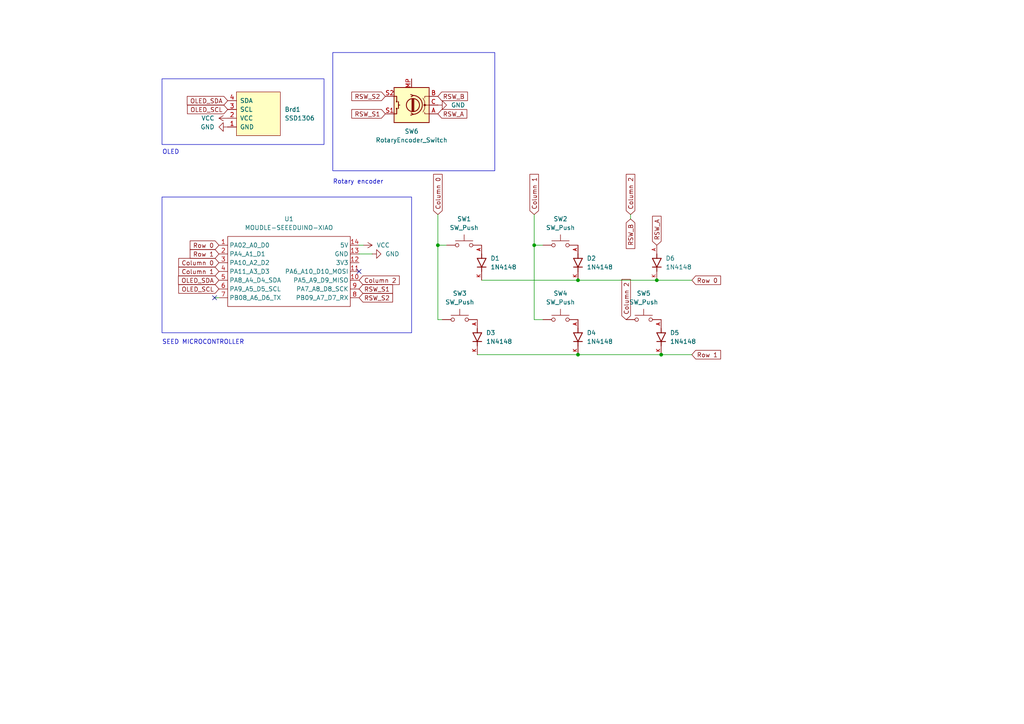
<source format=kicad_sch>
(kicad_sch (version 20231120) (generator "eeschema") (generator_version "8.0")
  (paper "A4")
  (lib_symbols
    (symbol "1N4148 Diode:1N4148" (pin_names (offset 1.016))
      (property "Reference" "D" (at -5.08 2.54 0))
      (property "Value" "1N4148" (at -5.08 -3.81 0))
      (symbol "1N4148_0_0"
        (polyline (pts (xy -2.54 0) (xy -1.27 0)) (stroke (width 0.254)))
        (polyline (pts (xy -1.27 -1.27) (xy 1.27 0)) (stroke (width 0.254)))
        (polyline (pts (xy -1.27 0) (xy -1.27 -1.27)) (stroke (width 0.254)))
        (polyline (pts (xy -1.27 1.27) (xy -1.27 0)) (stroke (width 0.254)))
        (polyline (pts (xy 1.27 0) (xy -1.27 1.27)) (stroke (width 0.254)))
        (polyline (pts (xy 1.27 0) (xy 1.27 -1.27)) (stroke (width 0.254)))
        (polyline (pts (xy 1.27 0) (xy 2.54 0)) (stroke (width 0.254)))
        (polyline (pts (xy 1.27 1.27) (xy 1.27 0)) (stroke (width 0.254)))
        (pin passive line (at -5.08 0 0) (length 2.54) (name "~") (number "A"))
        (pin passive line (at 5.08 0 180) (length 2.54) (name "~") (number "K"))
      )
    )
    (symbol "Device:RotaryEncoder_Switch_MP" (pin_names (offset 0.254) hide)
      (property "Reference" "SW" (at 0 8.89 0))
      (property "Value" "RotaryEncoder_Switch_MP" (at 0 6.35 0))
      (symbol "RotaryEncoder_Switch_MP_0_1"
        (rectangle (start -5.08 5.08) (end 5.08 -5.08) (stroke (width 0.254)) (fill (type background)))
        (circle (center -3.81 0) (radius 0.254) (fill (type outline)))
        (circle (center -0.381 0) (radius 1.905) (stroke (width 0.254)))
        (arc (start -0.381 2.667) (mid -3.0988 -0.0635) (end -0.381 -2.794) (stroke (width 0.254)))
        (polyline (pts (xy -0.635 -1.778) (xy -0.635 1.778)) (stroke (width 0.254)))
        (polyline (pts (xy -0.381 -1.778) (xy -0.381 1.778)) (stroke (width 0.254)))
        (polyline (pts (xy -0.127 1.778) (xy -0.127 -1.778)) (stroke (width 0.254)))
        (polyline (pts (xy 3.81 0) (xy 3.429 0)) (stroke (width 0.254)))
        (polyline (pts (xy 3.81 1.016) (xy 3.81 -1.016)) (stroke (width 0.254)))
        (polyline (pts (xy -5.08 -2.54) (xy -3.81 -2.54) (xy -3.81 -2.032)))
        (polyline (pts (xy -5.08 2.54) (xy -3.81 2.54) (xy -3.81 2.032)))
        (polyline (pts (xy 0.254 -3.048) (xy -0.508 -2.794) (xy 0.127 -2.413)) (stroke (width 0.254)))
        (polyline (pts (xy 0.254 2.921) (xy -0.508 2.667) (xy 0.127 2.286)) (stroke (width 0.254)))
        (polyline (pts (xy 5.08 -2.54) (xy 4.318 -2.54) (xy 4.318 -1.016)) (stroke (width 0.254)))
        (polyline (pts (xy 5.08 2.54) (xy 4.318 2.54) (xy 4.318 1.016)) (stroke (width 0.254)))
        (polyline (pts (xy -5.08 0) (xy -3.81 0) (xy -3.81 -1.016) (xy -3.302 -2.032)))
        (polyline (pts (xy -4.318 0) (xy -3.81 0) (xy -3.81 1.016) (xy -3.302 2.032)))
        (circle (center 4.318 -1.016) (radius 0.127) (stroke (width 0.254)))
        (circle (center 4.318 1.016) (radius 0.127) (stroke (width 0.254)))
      )
      (symbol "RotaryEncoder_Switch_MP_1_1"
        (pin passive line (at -7.62 2.54 0) (length 2.54) (name "A") (number "A"))
        (pin passive line (at -7.62 -2.54 0) (length 2.54) (name "B") (number "B"))
        (pin passive line (at -7.62 0 0) (length 2.54) (name "C") (number "C"))
        (pin passive line (at 0 -7.62 90) (length 2.54) (name "MP") (number "MP"))
        (pin passive line (at 7.62 2.54 180) (length 2.54) (name "S1") (number "S1"))
        (pin passive line (at 7.62 -2.54 180) (length 2.54) (name "S2") (number "S2"))
      )
    )
    (symbol "SSD1306 128x64 OLED Display:SSD1306" (pin_names (offset 1.016))
      (property "Reference" "Brd" (at 0 -3.81 0))
      (property "Value" "SSD1306" (at 0 -1.27 0))
      (symbol "SSD1306_0_1"
        (rectangle (start -6.35 6.35) (end 6.35 -6.35) (fill (type background)))
      )
      (symbol "SSD1306_1_1"
        (pin input line (at -3.81 8.89 270) (length 2.54) (name "GND") (number "1"))
        (pin input line (at -1.27 8.89 270) (length 2.54) (name "VCC") (number "2"))
        (pin input line (at 1.27 8.89 270) (length 2.54) (name "SCL") (number "3"))
        (pin input line (at 3.81 8.89 270) (length 2.54) (name "SDA") (number "4"))
      )
    )
    (symbol "Switch:SW_Push" (pin_numbers hide) (pin_names (offset 1.016) hide)
      (property "Reference" "SW" (at 1.27 2.54 0))
      (property "Value" "SW_Push" (at 0 -1.524 0))
      (symbol "SW_Push_0_1"
        (circle (center -2.032 0) (radius 0.508))
        (polyline (pts (xy 0 1.27) (xy 0 3.048)))
        (polyline (pts (xy 2.54 1.27) (xy -2.54 1.27)))
        (circle (center 2.032 0) (radius 0.508))
        (pin passive line (at -5.08 0 0) (length 2.54) (name "1") (number "1"))
        (pin passive line (at 5.08 0 180) (length 2.54) (name "2") (number "2"))
      )
    )
    (symbol "XIAO_RP2040:MOUDLE-SEEEDUINO-XIAO"
      (property "Reference" "U" (at -16.51 11.43 0))
      (property "Value" "MOUDLE-SEEEDUINO-XIAO" (at -3.81 -11.43 0))
      (symbol "MOUDLE-SEEEDUINO-XIAO_0_1"
        (rectangle (start -16.51 10.16) (end 19.05 -10.16))
      )
      (symbol "MOUDLE-SEEEDUINO-XIAO_1_1"
        (pin passive line (at -19.05 7.62 0) (length 2.54) (name "PA02_A0_D0") (number "1"))
        (pin passive line (at 21.59 -2.54 180) (length 2.54) (name "PA5_A9_D9_MISO") (number "10"))
        (pin passive line (at 21.59 0 180) (length 2.54) (name "PA6_A10_D10_MOSI") (number "11"))
        (pin passive line (at 21.59 2.54 180) (length 2.54) (name "3V3") (number "12"))
        (pin passive line (at 21.59 5.08 180) (length 2.54) (name "GND") (number "13"))
        (pin passive line (at 21.59 7.62 180) (length 2.54) (name "5V") (number "14"))
        (pin passive line (at -19.05 5.08 0) (length 2.54) (name "PA4_A1_D1") (number "2"))
        (pin passive line (at -19.05 2.54 0) (length 2.54) (name "PA10_A2_D2") (number "3"))
        (pin passive line (at -19.05 0 0) (length 2.54) (name "PA11_A3_D3") (number "4"))
        (pin passive line (at -19.05 -2.54 0) (length 2.54) (name "PA8_A4_D4_SDA") (number "5"))
        (pin passive line (at -19.05 -5.08 0) (length 2.54) (name "PA9_A5_D5_SCL") (number "6"))
        (pin passive line (at -19.05 -7.62 0) (length 2.54) (name "PB08_A6_D6_TX") (number "7"))
        (pin passive line (at 21.59 -7.62 180) (length 2.54) (name "PB09_A7_D7_RX") (number "8"))
        (pin passive line (at 21.59 -5.08 180) (length 2.54) (name "PA7_A8_D8_SCK") (number "9"))
      )
    )
    (symbol "power:GND" (power) (pin_numbers hide) (pin_names (offset 0) hide)
      (property "Value" "GND" (at 0 -3.81 0))
      (symbol "GND_0_1"
        (polyline (pts (xy 0 0) (xy 0 -1.27) (xy 1.27 -1.27) (xy 0 -2.54) (xy -1.27 -1.27) (xy 0 -1.27)))
      )
      (symbol "GND_1_1"
        (pin power_in line (at 0 0 270) (length 0) (name "~") (number "1"))
      )
    )
    (symbol "power:VCC" (power) (pin_numbers hide) (pin_names (offset 0) hide)
      (property "Value" "VCC" (at 0 3.556 0))
      (symbol "VCC_0_1"
        (polyline (pts (xy -0.762 1.27) (xy 0 2.54)))
        (polyline (pts (xy 0 0) (xy 0 2.54)))
        (polyline (pts (xy 0 2.54) (xy 0.762 1.27)))
      )
      (symbol "VCC_1_1"
        (pin power_in line (at 0 0 90) (length 0) (name "~") (number "1"))
      )
    )
  )
  (junction (at 154.94 71.12))
  (junction (at 191.77 102.87))
  (junction (at 190.5 81.28))
  (junction (at 127 71.12))
  (junction (at 167.64 81.28))
  (junction (at 167.64 102.87))
  (no_connect (at 62.23 86.36))
  (no_connect (at 104.14 78.74))
  (wire (pts (xy 139.7 81.28) (xy 167.64 81.28)))
  (wire (pts (xy 182.88 62.23) (xy 182.88 63.5)))
  (wire (pts (xy 190.5 81.28) (xy 200.66 81.28)))
  (wire (pts (xy 127 92.71) (xy 128.27 92.71)))
  (wire (pts (xy 167.64 102.87) (xy 191.77 102.87)))
  (wire (pts (xy 154.94 62.23) (xy 154.94 71.12)))
  (wire (pts (xy 127 62.23) (xy 127 71.12)))
  (wire (pts (xy 154.94 71.12) (xy 157.48 71.12)))
  (wire (pts (xy 138.43 102.87) (xy 167.64 102.87)))
  (wire (pts (xy 127 71.12) (xy 129.54 71.12)))
  (wire (pts (xy 62.23 86.36) (xy 63.5 86.36)))
  (wire (pts (xy 154.94 71.12) (xy 154.94 92.71)))
  (wire (pts (xy 127 71.12) (xy 127 92.71)))
  (wire (pts (xy 154.94 92.71) (xy 157.48 92.71)))
  (wire (pts (xy 191.77 102.87) (xy 200.66 102.87)))
  (wire (pts (xy 167.64 81.28) (xy 190.5 81.28)))
  (wire (pts (xy 105.41 71.12) (xy 104.14 71.12)))
  (wire (pts (xy 107.95 73.66) (xy 104.14 73.66)))
  (rectangle (start 96.52 15.24) (end 143.51 49.53))
  (rectangle (start 46.99 57.15) (end 119.38 96.52))
  (rectangle (start 46.99 22.86) (end 93.98 41.91))
  (text "SEED MICROCONTROLLER\n" (at 58.928 99.314 0) (effects (font (size 1.27 1.27))))
  (text "Rotary encoder\n" (at 103.886 52.832 0) (effects (font (size 1.27 1.27))))
  (text "OLED" (at 49.53 44.196 0) (effects (font (size 1.27 1.27))))
  (global_label "OLED_SDA" (shape input) (at 66.04 29.21 180) (property "Intersheetrefs" "${INTERSHEET_REFS}" (effects (hide yes))))
  (global_label "Row 0" (shape input) (at 63.5 71.12 180) (property "Intersheetrefs" "${INTERSHEET_REFS}" (effects (hide yes))))
  (global_label "Column 0" (shape input) (at 63.5 76.2 180) (property "Intersheetrefs" "${INTERSHEET_REFS}" (effects (hide yes))))
  (global_label "Column 2" (shape input) (at 181.61 92.71 90) (property "Intersheetrefs" "${INTERSHEET_REFS}" (effects (hide yes))))
  (global_label "OLED_SDA" (shape input) (at 63.5 81.28 180) (property "Intersheetrefs" "${INTERSHEET_REFS}" (effects (hide yes))))
  (global_label "Row 1" (shape input) (at 63.5 73.66 180) (property "Intersheetrefs" "${INTERSHEET_REFS}" (effects (hide yes))))
  (global_label "RSW_B" (shape input) (at 182.88 63.5 270) (property "Intersheetrefs" "${INTERSHEET_REFS}" (effects (hide yes))))
  (global_label "Column 0" (shape input) (at 127 62.23 90) (property "Intersheetrefs" "${INTERSHEET_REFS}" (effects (hide yes))))
  (global_label "RSW_B" (shape input) (at 127 27.94 0) (property "Intersheetrefs" "${INTERSHEET_REFS}" (effects (hide yes))))
  (global_label "RSW_S1" (shape input) (at 104.14 83.82 0) (property "Intersheetrefs" "${INTERSHEET_REFS}" (effects (hide yes))))
  (global_label "OLED_SCL" (shape input) (at 66.04 31.75 180) (property "Intersheetrefs" "${INTERSHEET_REFS}" (effects (hide yes))))
  (global_label "RSW_A" (shape input) (at 127 33.02 0) (property "Intersheetrefs" "${INTERSHEET_REFS}" (effects (hide yes))))
  (global_label "Column 1" (shape input) (at 154.94 62.23 90) (property "Intersheetrefs" "${INTERSHEET_REFS}" (effects (hide yes))))
  (global_label "RSW_S2" (shape input) (at 111.76 27.94 180) (property "Intersheetrefs" "${INTERSHEET_REFS}" (effects (hide yes))))
  (global_label "Column 2" (shape input) (at 104.14 81.28 0) (property "Intersheetrefs" "${INTERSHEET_REFS}" (effects (hide yes))))
  (global_label "RSW_S1" (shape input) (at 111.76 33.02 180) (property "Intersheetrefs" "${INTERSHEET_REFS}" (effects (hide yes))))
  (global_label "OLED_SCL" (shape input) (at 63.5 83.82 180) (property "Intersheetrefs" "${INTERSHEET_REFS}" (effects (hide yes))))
  (global_label "Column 2" (shape input) (at 182.88 62.23 90) (property "Intersheetrefs" "${INTERSHEET_REFS}" (effects (hide yes))))
  (global_label "RSW_A" (shape input) (at 190.5 71.12 90) (property "Intersheetrefs" "${INTERSHEET_REFS}" (effects (hide yes))))
  (global_label "Row 1" (shape input) (at 200.66 102.87 0) (property "Intersheetrefs" "${INTERSHEET_REFS}" (effects (hide yes))))
  (global_label "RSW_S2" (shape input) (at 104.14 86.36 0) (property "Intersheetrefs" "${INTERSHEET_REFS}" (effects (hide yes))))
  (global_label "Row 0" (shape input) (at 200.66 81.28 0) (property "Intersheetrefs" "${INTERSHEET_REFS}" (effects (hide yes))))
  (global_label "Column 1" (shape input) (at 63.5 78.74 180) (property "Intersheetrefs" "${INTERSHEET_REFS}" (effects (hide yes))))
  (symbol (lib_id "power:GND") (at 107.95 73.66 90) (unit 1)
    (property "Reference" "#PWR02" (effects (hide yes)))
    (property "Value" "GND" (at 111.76 73.6599 90) (effects (justify right)))
    (property "Description" "Power symbol creates a global label with name \"GND\" , ground" (effects (hide yes)))
  )
  (symbol (lib_id "1N4148 Diode:1N4148") (at 138.43 97.79 270) (unit 1)
    (property "Reference" "D3" (at 140.97 96.5199 90) (effects (justify left)))
    (property "Value" "1N4148" (at 140.97 99.0599 90) (effects (justify left)))
    (property "Footprint" "footprints:1N4148 Diode" (effects (hide yes)))
    (property "MF" "onsemi" (effects (hide yes)))
    (property "MAXIMUM_PACKAGE_HEIGHT" "1.91mm" (effects (hide yes)))
    (property "Package" "AXIAL LEAD-2 ON Semiconductor" (effects (hide yes)))
    (property "Price" "None" (effects (hide yes)))
    (property "Check_prices" "https://www.snapeda.com/parts/1N4148/Onsemi/view-part/?ref=eda" (effects (hide yes)))
    (property "STANDARD" "IPC-7351B" (effects (hide yes)))
    (property "PARTREV" "5" (effects (hide yes)))
    (property "SnapEDA_Link" "https://www.snapeda.com/parts/1N4148/Onsemi/view-part/?ref=snap" (effects (hide yes)))
    (property "MP" "1N4148" (effects (hide yes)))
    (property "Purchase-URL" "https://www.snapeda.com/api/url_track_click_mouser/?unipart_id=6591148&manufacturer=onsemi&part_name=1N4148&search_term=None" (effects (hide yes)))
    (property "Description_1" "\nDiode Standard 75V 200mA Surface Mount SOD-523F\n" (effects (hide yes)))
    (property "Availability" "In Stock" (effects (hide yes)))
    (property "MANUFACTURER" "Onsemi" (effects (hide yes)))
  )
  (symbol (lib_id "Device:RotaryEncoder_Switch_MP") (at 119.38 30.48 180) (unit 1)
    (property "Reference" "SW6" (at 119.38 38.1 0))
    (property "Value" "RotaryEncoder_Switch" (at 119.38 40.64 0))
    (property "Footprint" "Rotary_Encoder:RotaryEncoder_Alps_EC11E-Switch_Vertical_H20mm" (effects (hide yes)))
    (property "Description" "Rotary encoder, dual channel, incremental quadrate outputs, with switch and MP Pin" (effects (hide yes)))
  )
  (symbol (lib_id "1N4148 Diode:1N4148") (at 190.5 76.2 270) (unit 1)
    (property "Reference" "D6" (at 193.04 74.9299 90) (effects (justify left)))
    (property "Value" "1N4148" (at 193.04 77.4699 90) (effects (justify left)))
    (property "Footprint" "footprints:1N4148 Diode" (effects (hide yes)))
    (property "MF" "onsemi" (effects (hide yes)))
    (property "MAXIMUM_PACKAGE_HEIGHT" "1.91mm" (effects (hide yes)))
    (property "Package" "AXIAL LEAD-2 ON Semiconductor" (effects (hide yes)))
    (property "Price" "None" (effects (hide yes)))
    (property "Check_prices" "https://www.snapeda.com/parts/1N4148/Onsemi/view-part/?ref=eda" (effects (hide yes)))
    (property "STANDARD" "IPC-7351B" (effects (hide yes)))
    (property "PARTREV" "5" (effects (hide yes)))
    (property "SnapEDA_Link" "https://www.snapeda.com/parts/1N4148/Onsemi/view-part/?ref=snap" (effects (hide yes)))
    (property "MP" "1N4148" (effects (hide yes)))
    (property "Purchase-URL" "https://www.snapeda.com/api/url_track_click_mouser/?unipart_id=6591148&manufacturer=onsemi&part_name=1N4148&search_term=None" (effects (hide yes)))
    (property "Description_1" "\nDiode Standard 75V 200mA Surface Mount SOD-523F\n" (effects (hide yes)))
    (property "Availability" "In Stock" (effects (hide yes)))
    (property "MANUFACTURER" "Onsemi" (effects (hide yes)))
  )
  (symbol (lib_id "Switch:SW_Push") (at 162.56 71.12 0) (unit 1)
    (property "Reference" "SW2" (at 162.56 63.5 0))
    (property "Value" "SW_Push" (at 162.56 66.04 0))
    (property "Footprint" "Button_Switch_Keyboard:SW_Cherry_MX_1.00u_PCB" (effects (hide yes)))
    (property "Description" "Push button switch, generic, two pins" (effects (hide yes)))
  )
  (symbol (lib_id "1N4148 Diode:1N4148") (at 167.64 76.2 270) (unit 1)
    (property "Reference" "D2" (at 170.18 74.9299 90) (effects (justify left)))
    (property "Value" "1N4148" (at 170.18 77.4699 90) (effects (justify left)))
    (property "Footprint" "footprints:1N4148 Diode" (effects (hide yes)))
    (property "MF" "onsemi" (effects (hide yes)))
    (property "MAXIMUM_PACKAGE_HEIGHT" "1.91mm" (effects (hide yes)))
    (property "Package" "AXIAL LEAD-2 ON Semiconductor" (effects (hide yes)))
    (property "Price" "None" (effects (hide yes)))
    (property "Check_prices" "https://www.snapeda.com/parts/1N4148/Onsemi/view-part/?ref=eda" (effects (hide yes)))
    (property "STANDARD" "IPC-7351B" (effects (hide yes)))
    (property "PARTREV" "5" (effects (hide yes)))
    (property "SnapEDA_Link" "https://www.snapeda.com/parts/1N4148/Onsemi/view-part/?ref=snap" (effects (hide yes)))
    (property "MP" "1N4148" (effects (hide yes)))
    (property "Purchase-URL" "https://www.snapeda.com/api/url_track_click_mouser/?unipart_id=6591148&manufacturer=onsemi&part_name=1N4148&search_term=None" (effects (hide yes)))
    (property "Description_1" "\nDiode Standard 75V 200mA Surface Mount SOD-523F\n" (effects (hide yes)))
    (property "Availability" "In Stock" (effects (hide yes)))
    (property "MANUFACTURER" "Onsemi" (effects (hide yes)))
  )
  (symbol (lib_id "1N4148 Diode:1N4148") (at 139.7 76.2 270) (unit 1)
    (property "Reference" "D1" (at 142.24 74.9299 90) (effects (justify left)))
    (property "Value" "1N4148" (at 142.24 77.4699 90) (effects (justify left)))
    (property "Footprint" "footprints:1N4148 Diode" (effects (hide yes)))
    (property "MF" "onsemi" (effects (hide yes)))
    (property "MAXIMUM_PACKAGE_HEIGHT" "1.91mm" (effects (hide yes)))
    (property "Package" "AXIAL LEAD-2 ON Semiconductor" (effects (hide yes)))
    (property "Price" "None" (effects (hide yes)))
    (property "Check_prices" "https://www.snapeda.com/parts/1N4148/Onsemi/view-part/?ref=eda" (effects (hide yes)))
    (property "STANDARD" "IPC-7351B" (effects (hide yes)))
    (property "PARTREV" "5" (effects (hide yes)))
    (property "SnapEDA_Link" "https://www.snapeda.com/parts/1N4148/Onsemi/view-part/?ref=snap" (effects (hide yes)))
    (property "MP" "1N4148" (effects (hide yes)))
    (property "Purchase-URL" "https://www.snapeda.com/api/url_track_click_mouser/?unipart_id=6591148&manufacturer=onsemi&part_name=1N4148&search_term=None" (effects (hide yes)))
    (property "Description_1" "\nDiode Standard 75V 200mA Surface Mount SOD-523F\n" (effects (hide yes)))
    (property "Availability" "In Stock" (effects (hide yes)))
    (property "MANUFACTURER" "Onsemi" (effects (hide yes)))
  )
  (symbol (lib_id "Switch:SW_Push") (at 186.69 92.71 0) (unit 1)
    (property "Reference" "SW5" (at 186.69 85.09 0))
    (property "Value" "SW_Push" (at 186.69 87.63 0))
    (property "Footprint" "Button_Switch_Keyboard:SW_Cherry_MX_1.00u_PCB" (effects (hide yes)))
    (property "Description" "Push button switch, generic, two pins" (effects (hide yes)))
  )
  (symbol (lib_id "SSD1306 128x64 OLED Display:SSD1306") (at 74.93 33.02 90) (unit 1)
    (property "Reference" "Brd1" (at 82.55 31.7499 90) (effects (justify right)))
    (property "Value" "SSD1306" (at 82.55 34.2899 90) (effects (justify right)))
    (property "Footprint" "footprints:SSD1306 128x64 OLED" (effects (hide yes)))
  )
  (symbol (lib_id "power:VCC") (at 66.04 34.29 90) (unit 1)
    (property "Reference" "#PWR05" (effects (hide yes)))
    (property "Value" "VCC" (at 62.23 34.2899 90) (effects (justify left)))
    (property "Description" "Power symbol creates a global label with name \"VCC\"" (effects (hide yes)))
  )
  (symbol (lib_id "Switch:SW_Push") (at 133.35 92.71 0) (unit 1)
    (property "Reference" "SW3" (at 133.35 85.09 0))
    (property "Value" "SW_Push" (at 133.35 87.63 0))
    (property "Footprint" "Button_Switch_Keyboard:SW_Cherry_MX_1.00u_PCB" (effects (hide yes)))
    (property "Description" "Push button switch, generic, two pins" (effects (hide yes)))
  )
  (symbol (lib_id "1N4148 Diode:1N4148") (at 191.77 97.79 270) (unit 1)
    (property "Reference" "D5" (at 194.31 96.5199 90) (effects (justify left)))
    (property "Value" "1N4148" (at 194.31 99.0599 90) (effects (justify left)))
    (property "Footprint" "footprints:1N4148 Diode" (effects (hide yes)))
    (property "MF" "onsemi" (effects (hide yes)))
    (property "MAXIMUM_PACKAGE_HEIGHT" "1.91mm" (effects (hide yes)))
    (property "Package" "AXIAL LEAD-2 ON Semiconductor" (effects (hide yes)))
    (property "Price" "None" (effects (hide yes)))
    (property "Check_prices" "https://www.snapeda.com/parts/1N4148/Onsemi/view-part/?ref=eda" (effects (hide yes)))
    (property "STANDARD" "IPC-7351B" (effects (hide yes)))
    (property "PARTREV" "5" (effects (hide yes)))
    (property "SnapEDA_Link" "https://www.snapeda.com/parts/1N4148/Onsemi/view-part/?ref=snap" (effects (hide yes)))
    (property "MP" "1N4148" (effects (hide yes)))
    (property "Purchase-URL" "https://www.snapeda.com/api/url_track_click_mouser/?unipart_id=6591148&manufacturer=onsemi&part_name=1N4148&search_term=None" (effects (hide yes)))
    (property "Description_1" "\nDiode Standard 75V 200mA Surface Mount SOD-523F\n" (effects (hide yes)))
    (property "Availability" "In Stock" (effects (hide yes)))
    (property "MANUFACTURER" "Onsemi" (effects (hide yes)))
  )
  (symbol (lib_id "XIAO_RP2040:MOUDLE-SEEEDUINO-XIAO") (at 82.55 78.74 0) (unit 1)
    (property "Reference" "U1" (at 83.82 63.5 0))
    (property "Value" "MOUDLE-SEEEDUINO-XIAO" (at 83.82 66.04 0))
    (property "Footprint" "footprints:XIAO-Generic-Hybrid-14P-2.54-21X17.8MM" (effects (hide yes)))
  )
  (symbol (lib_id "power:GND") (at 66.04 36.83 270) (unit 1)
    (property "Reference" "#PWR06" (effects (hide yes)))
    (property "Value" "GND" (at 62.23 36.8299 90) (effects (justify right)))
    (property "Description" "Power symbol creates a global label with name \"GND\" , ground" (effects (hide yes)))
  )
  (symbol (lib_id "power:VCC") (at 105.41 71.12 270) (unit 1)
    (property "Reference" "#PWR04" (effects (hide yes)))
    (property "Value" "VCC" (at 109.22 71.1199 90) (effects (justify left)))
    (property "Description" "Power symbol creates a global label with name \"VCC\"" (effects (hide yes)))
  )
  (symbol (lib_id "1N4148 Diode:1N4148") (at 167.64 97.79 270) (unit 1)
    (property "Reference" "D4" (at 170.18 96.5199 90) (effects (justify left)))
    (property "Value" "1N4148" (at 170.18 99.0599 90) (effects (justify left)))
    (property "Footprint" "footprints:1N4148 Diode" (effects (hide yes)))
    (property "MF" "onsemi" (effects (hide yes)))
    (property "MAXIMUM_PACKAGE_HEIGHT" "1.91mm" (effects (hide yes)))
    (property "Package" "AXIAL LEAD-2 ON Semiconductor" (effects (hide yes)))
    (property "Price" "None" (effects (hide yes)))
    (property "Check_prices" "https://www.snapeda.com/parts/1N4148/Onsemi/view-part/?ref=eda" (effects (hide yes)))
    (property "STANDARD" "IPC-7351B" (effects (hide yes)))
    (property "PARTREV" "5" (effects (hide yes)))
    (property "SnapEDA_Link" "https://www.snapeda.com/parts/1N4148/Onsemi/view-part/?ref=snap" (effects (hide yes)))
    (property "MP" "1N4148" (effects (hide yes)))
    (property "Purchase-URL" "https://www.snapeda.com/api/url_track_click_mouser/?unipart_id=6591148&manufacturer=onsemi&part_name=1N4148&search_term=None" (effects (hide yes)))
    (property "Description_1" "\nDiode Standard 75V 200mA Surface Mount SOD-523F\n" (effects (hide yes)))
    (property "Availability" "In Stock" (effects (hide yes)))
    (property "MANUFACTURER" "Onsemi" (effects (hide yes)))
  )
  (symbol (lib_id "Switch:SW_Push") (at 162.56 92.71 0) (unit 1)
    (property "Reference" "SW4" (at 162.56 85.09 0))
    (property "Value" "SW_Push" (at 162.56 87.63 0))
    (property "Footprint" "Button_Switch_Keyboard:SW_Cherry_MX_1.00u_PCB" (effects (hide yes)))
    (property "Description" "Push button switch, generic, two pins" (effects (hide yes)))
  )
  (symbol (lib_id "Switch:SW_Push") (at 134.62 71.12 0) (unit 1)
    (property "Reference" "SW1" (at 134.62 63.5 0))
    (property "Value" "SW_Push" (at 134.62 66.04 0))
    (property "Footprint" "Button_Switch_Keyboard:SW_Cherry_MX_1.00u_PCB" (effects (hide yes)))
    (property "Description" "Push button switch, generic, two pins" (effects (hide yes)))
  )
  (symbol (lib_id "power:GND") (at 127 30.48 90) (unit 1)
    (property "Reference" "#PWR03" (effects (hide yes)))
    (property "Value" "GND" (at 130.81 30.4799 90) (effects (justify right)))
    (property "Description" "Power symbol creates a global label with name \"GND\" , ground" (effects (hide yes)))
  )
)
</source>
